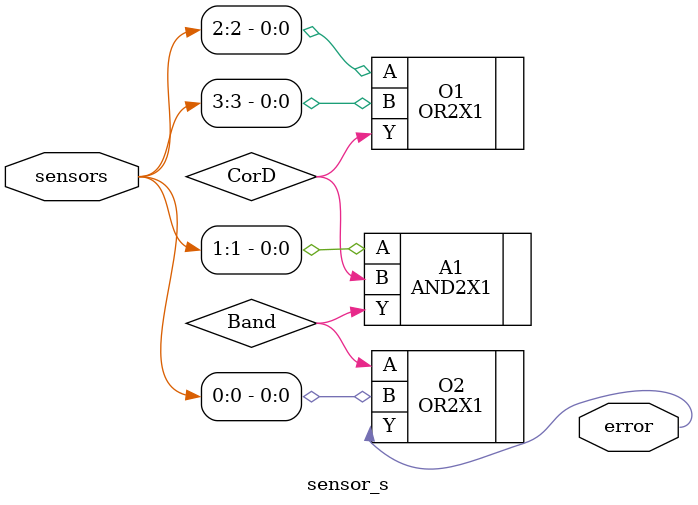
<source format=sv>

module sensor_s 
(
	input wire [3:0]sensors,
	output wire error
);

	wire CorD;
	wire Band;
	OR2X1 O1(.Y(CorD), .A(sensors[2]), .B(sensors[3]));
	AND2X1 A1(.Y(Band), .A(sensors[1]), .B(CorD));
	OR2X1 O2(.Y(error), .A(Band), .B(sensors[0]));
endmodule

</source>
